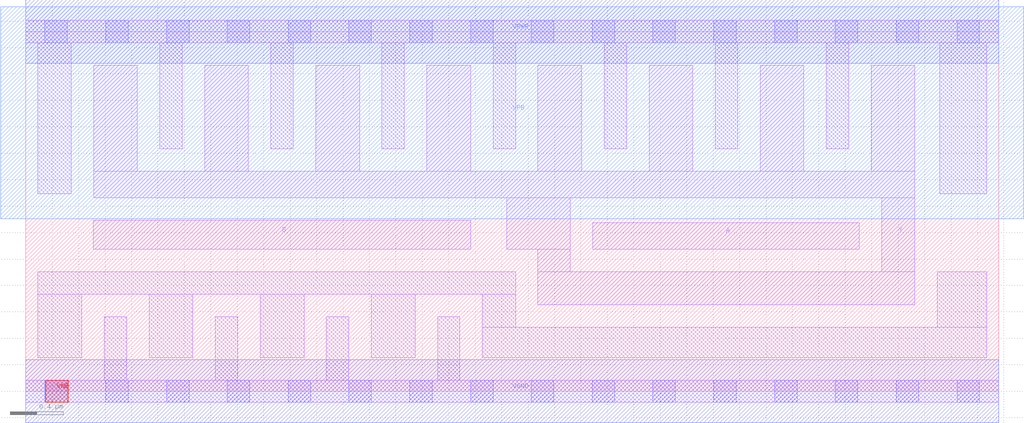
<source format=lef>
# Copyright 2020 The SkyWater PDK Authors
#
# Licensed under the Apache License, Version 2.0 (the "License");
# you may not use this file except in compliance with the License.
# You may obtain a copy of the License at
#
#     https://www.apache.org/licenses/LICENSE-2.0
#
# Unless required by applicable law or agreed to in writing, software
# distributed under the License is distributed on an "AS IS" BASIS,
# WITHOUT WARRANTIES OR CONDITIONS OF ANY KIND, either express or implied.
# See the License for the specific language governing permissions and
# limitations under the License.
#
# SPDX-License-Identifier: Apache-2.0

VERSION 5.7 ;
  NOWIREEXTENSIONATPIN ON ;
  DIVIDERCHAR "/" ;
  BUSBITCHARS "[]" ;
MACRO sky130_fd_sc_hd__nand2_8
  CLASS CORE ;
  FOREIGN sky130_fd_sc_hd__nand2_8 ;
  ORIGIN  0.000000  0.000000 ;
  SIZE  7.360000 BY  2.720000 ;
  SYMMETRY X Y R90 ;
  SITE unithd ;
  PIN A
    ANTENNAGATEAREA  1.980000 ;
    DIRECTION INPUT ;
    USE SIGNAL ;
    PORT
      LAYER li1 ;
        RECT 4.290000 1.075000 6.305000 1.275000 ;
    END
  END A
  PIN B
    ANTENNAGATEAREA  1.980000 ;
    DIRECTION INPUT ;
    USE SIGNAL ;
    PORT
      LAYER li1 ;
        RECT 0.510000 1.075000 3.365000 1.295000 ;
    END
  END B
  PIN VNB
    PORT
      LAYER pwell ;
        RECT 0.150000 -0.085000 0.320000 0.085000 ;
    END
  END VNB
  PIN VPB
    PORT
      LAYER nwell ;
        RECT -0.190000 1.305000 7.550000 2.910000 ;
    END
  END VPB
  PIN Y
    ANTENNADIFFAREA  2.862000 ;
    DIRECTION OUTPUT ;
    USE SIGNAL ;
    PORT
      LAYER li1 ;
        RECT 0.515000 1.465000 6.725000 1.665000 ;
        RECT 0.515000 1.665000 0.845000 2.465000 ;
        RECT 1.355000 1.665000 1.685000 2.465000 ;
        RECT 2.195000 1.665000 2.525000 2.465000 ;
        RECT 3.035000 1.665000 3.365000 2.465000 ;
        RECT 3.640000 1.075000 4.120000 1.465000 ;
        RECT 3.875000 0.655000 6.725000 0.905000 ;
        RECT 3.875000 0.905000 4.120000 1.075000 ;
        RECT 3.875000 1.665000 4.205000 2.465000 ;
        RECT 4.715000 1.665000 5.045000 2.465000 ;
        RECT 5.555000 1.665000 5.885000 2.465000 ;
        RECT 6.395000 1.665000 6.725000 2.465000 ;
        RECT 6.475000 0.905000 6.725000 1.465000 ;
    END
  END Y
  PIN VGND
    DIRECTION INOUT ;
    SHAPE ABUTMENT ;
    USE GROUND ;
    PORT
      LAYER met1 ;
        RECT 0.000000 -0.240000 7.360000 0.240000 ;
    END
  END VGND
  PIN VPWR
    DIRECTION INOUT ;
    SHAPE ABUTMENT ;
    USE POWER ;
    PORT
      LAYER met1 ;
        RECT 0.000000 2.480000 7.360000 2.960000 ;
    END
  END VPWR
  OBS
    LAYER li1 ;
      RECT 0.000000 -0.085000 7.360000 0.085000 ;
      RECT 0.000000  2.635000 7.360000 2.805000 ;
      RECT 0.090000  0.255000 0.425000 0.735000 ;
      RECT 0.090000  0.735000 3.705000 0.905000 ;
      RECT 0.090000  1.495000 0.345000 2.635000 ;
      RECT 0.595000  0.085000 0.765000 0.565000 ;
      RECT 0.935000  0.255000 1.265000 0.735000 ;
      RECT 1.015000  1.835000 1.185000 2.635000 ;
      RECT 1.435000  0.085000 1.605000 0.565000 ;
      RECT 1.775000  0.255000 2.105000 0.735000 ;
      RECT 1.855000  1.835000 2.025000 2.635000 ;
      RECT 2.275000  0.085000 2.445000 0.565000 ;
      RECT 2.615000  0.255000 2.945000 0.735000 ;
      RECT 2.695000  1.835000 2.865000 2.635000 ;
      RECT 3.115000  0.085000 3.285000 0.565000 ;
      RECT 3.455000  0.255000 7.270000 0.485000 ;
      RECT 3.455000  0.485000 3.705000 0.735000 ;
      RECT 3.535000  1.835000 3.705000 2.635000 ;
      RECT 4.375000  1.835000 4.545000 2.635000 ;
      RECT 5.215000  1.835000 5.385000 2.635000 ;
      RECT 6.055000  1.835000 6.225000 2.635000 ;
      RECT 6.895000  0.485000 7.270000 0.905000 ;
      RECT 6.915000  1.495000 7.270000 2.635000 ;
    LAYER mcon ;
      RECT 0.145000 -0.085000 0.315000 0.085000 ;
      RECT 0.145000  2.635000 0.315000 2.805000 ;
      RECT 0.605000 -0.085000 0.775000 0.085000 ;
      RECT 0.605000  2.635000 0.775000 2.805000 ;
      RECT 1.065000 -0.085000 1.235000 0.085000 ;
      RECT 1.065000  2.635000 1.235000 2.805000 ;
      RECT 1.525000 -0.085000 1.695000 0.085000 ;
      RECT 1.525000  2.635000 1.695000 2.805000 ;
      RECT 1.985000 -0.085000 2.155000 0.085000 ;
      RECT 1.985000  2.635000 2.155000 2.805000 ;
      RECT 2.445000 -0.085000 2.615000 0.085000 ;
      RECT 2.445000  2.635000 2.615000 2.805000 ;
      RECT 2.905000 -0.085000 3.075000 0.085000 ;
      RECT 2.905000  2.635000 3.075000 2.805000 ;
      RECT 3.365000 -0.085000 3.535000 0.085000 ;
      RECT 3.365000  2.635000 3.535000 2.805000 ;
      RECT 3.825000 -0.085000 3.995000 0.085000 ;
      RECT 3.825000  2.635000 3.995000 2.805000 ;
      RECT 4.285000 -0.085000 4.455000 0.085000 ;
      RECT 4.285000  2.635000 4.455000 2.805000 ;
      RECT 4.745000 -0.085000 4.915000 0.085000 ;
      RECT 4.745000  2.635000 4.915000 2.805000 ;
      RECT 5.205000 -0.085000 5.375000 0.085000 ;
      RECT 5.205000  2.635000 5.375000 2.805000 ;
      RECT 5.665000 -0.085000 5.835000 0.085000 ;
      RECT 5.665000  2.635000 5.835000 2.805000 ;
      RECT 6.125000 -0.085000 6.295000 0.085000 ;
      RECT 6.125000  2.635000 6.295000 2.805000 ;
      RECT 6.585000 -0.085000 6.755000 0.085000 ;
      RECT 6.585000  2.635000 6.755000 2.805000 ;
      RECT 7.045000 -0.085000 7.215000 0.085000 ;
      RECT 7.045000  2.635000 7.215000 2.805000 ;
  END
END sky130_fd_sc_hd__nand2_8
END LIBRARY

</source>
